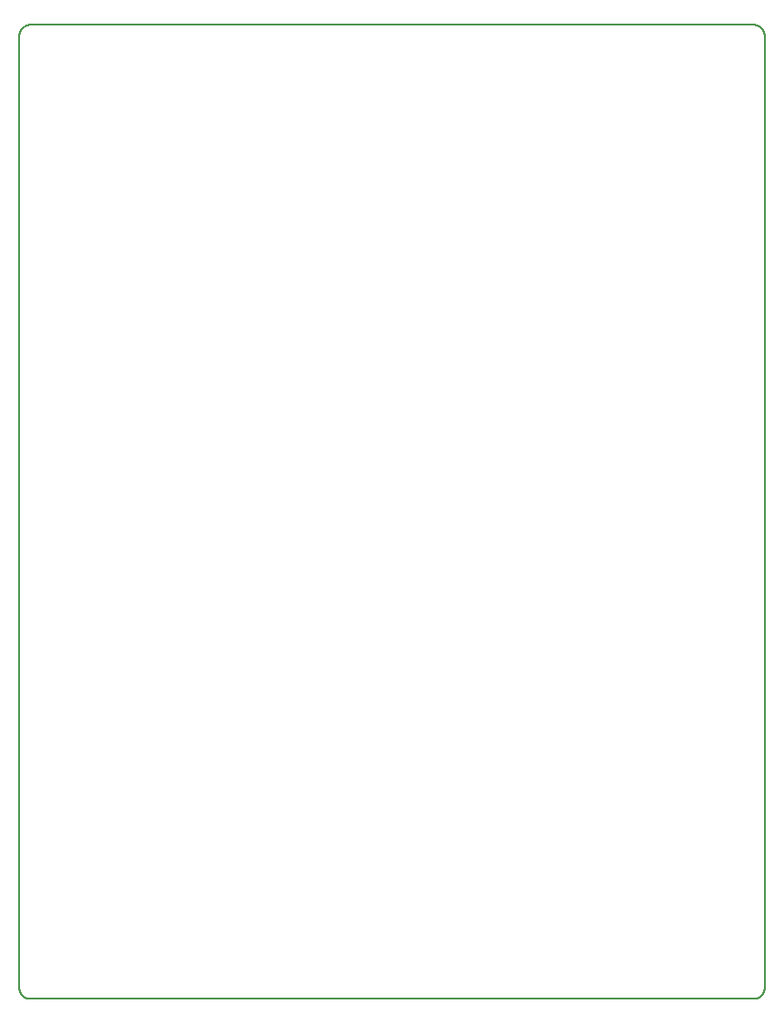
<source format=gko>
G04*
G04 #@! TF.GenerationSoftware,Altium Limited,Altium Designer,21.0.8 (223)*
G04*
G04 Layer_Color=16711935*
%FSLAX25Y25*%
%MOIN*%
G70*
G04*
G04 #@! TF.SameCoordinates,B21DCE84-2690-44BB-8765-99E36CDB2AD5*
G04*
G04*
G04 #@! TF.FilePolarity,Positive*
G04*
G01*
G75*
%ADD12C,0.00500*%
D12*
X3937Y357000D02*
X2918Y356866D01*
X1968Y356473D01*
X1153Y355847D01*
X527Y355031D01*
X134Y354082D01*
X-0Y353063D01*
X273401D02*
X273267Y354082D01*
X272874Y355031D01*
X272248Y355847D01*
X271433Y356473D01*
X270483Y356866D01*
X269464Y357000D01*
Y0D02*
X270483Y134D01*
X271433Y527D01*
X272248Y1153D01*
X272874Y1969D01*
X273267Y2918D01*
X273401Y3937D01*
X-0D02*
X134Y2918D01*
X527Y1969D01*
X1153Y1153D01*
X1968Y527D01*
X2918Y134D01*
X3937Y0D01*
X-0Y3937D02*
Y353063D01*
X3937Y357000D02*
X269464D01*
X273401Y3937D02*
Y353063D01*
X3937Y0D02*
X269464D01*
M02*

</source>
